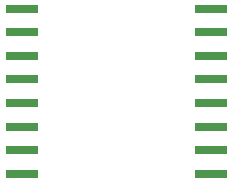
<source format=gbr>
G04 DipTrace 3.0.0.2*
G04 TopPaste.gbr*
%MOIN*%
G04 #@! TF.FileFunction,Paste,Top*
G04 #@! TF.Part,Single*
%ADD26R,0.110079X0.031339*%
%FSLAX26Y26*%
G04*
G70*
G90*
G75*
G01*
G04 TopPaste*
%LPD*%
D26*
X571575Y1047559D3*
X1201496Y968819D3*
Y890079D3*
Y811339D3*
Y732598D3*
Y653858D3*
Y575118D3*
Y496378D3*
Y1047559D3*
X571575Y968819D3*
Y890079D3*
Y811339D3*
Y732598D3*
Y653858D3*
Y575118D3*
Y496378D3*
M02*

</source>
